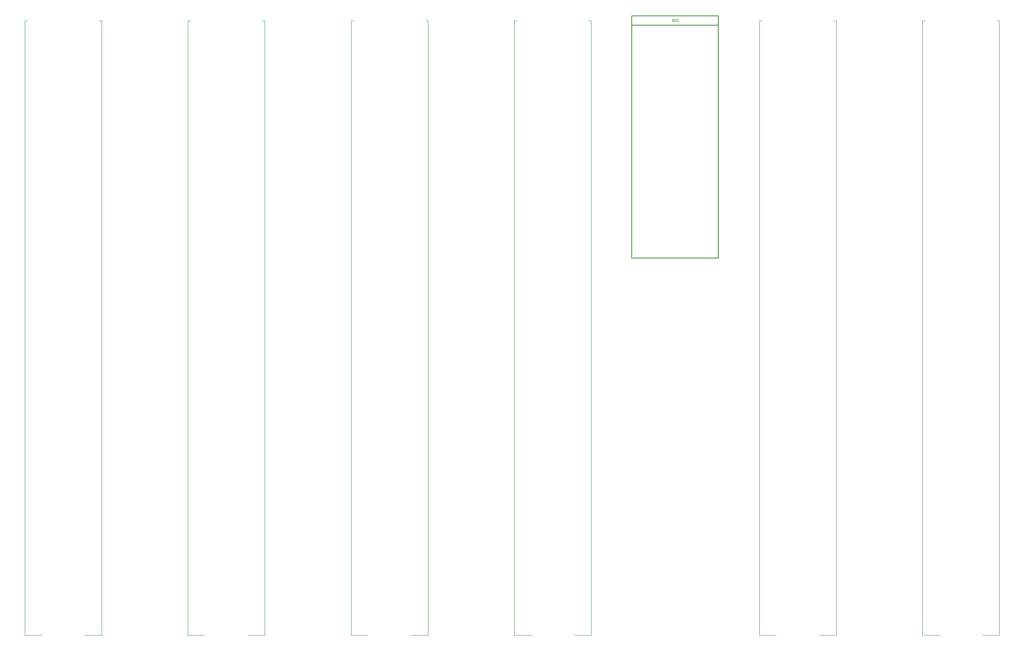
<source format=gbr>
%TF.GenerationSoftware,KiCad,Pcbnew,(5.1.6)-1*%
%TF.CreationDate,2020-06-13T20:20:11+02:00*%
%TF.ProjectId,Snackboard,536e6163-6b62-46f6-9172-642e6b696361,rev?*%
%TF.SameCoordinates,Original*%
%TF.FileFunction,Legend,Bot*%
%TF.FilePolarity,Positive*%
%FSLAX46Y46*%
G04 Gerber Fmt 4.6, Leading zero omitted, Abs format (unit mm)*
G04 Created by KiCad (PCBNEW (5.1.6)-1) date 2020-06-13 20:20:11*
%MOMM*%
%LPD*%
G01*
G04 APERTURE LIST*
%ADD10C,0.100000*%
%ADD11C,0.150000*%
%ADD12C,0.075000*%
G04 APERTURE END LIST*
D10*
%TO.C,VR6*%
X70015000Y-164390000D02*
X73515000Y-164390000D01*
X70015000Y-36390000D02*
X70015000Y-164390000D01*
X70515000Y-36390000D02*
X70015000Y-36390000D01*
X86015000Y-164390000D02*
X82515000Y-164390000D01*
X86015000Y-36390000D02*
X86015000Y-164390000D01*
X85515000Y-36390000D02*
X86015000Y-36390000D01*
%TO.C,VR5*%
X104015000Y-164390000D02*
X107515000Y-164390000D01*
X104015000Y-36390000D02*
X104015000Y-164390000D01*
X104515000Y-36390000D02*
X104015000Y-36390000D01*
X120015000Y-164390000D02*
X116515000Y-164390000D01*
X120015000Y-36390000D02*
X120015000Y-164390000D01*
X119515000Y-36390000D02*
X120015000Y-36390000D01*
%TO.C,VR1*%
X257015000Y-164390000D02*
X260515000Y-164390000D01*
X257015000Y-36390000D02*
X257015000Y-164390000D01*
X257515000Y-36390000D02*
X257015000Y-36390000D01*
X273015000Y-164390000D02*
X269515000Y-164390000D01*
X273015000Y-36390000D02*
X273015000Y-164390000D01*
X272515000Y-36390000D02*
X273015000Y-36390000D01*
%TO.C,VR2*%
X223015000Y-164390000D02*
X226515000Y-164390000D01*
X223015000Y-36390000D02*
X223015000Y-164390000D01*
X223515000Y-36390000D02*
X223015000Y-36390000D01*
X239015000Y-164390000D02*
X235515000Y-164390000D01*
X239015000Y-36390000D02*
X239015000Y-164390000D01*
X238515000Y-36390000D02*
X239015000Y-36390000D01*
%TO.C,VR3*%
X172015000Y-164390000D02*
X175515000Y-164390000D01*
X172015000Y-36390000D02*
X172015000Y-164390000D01*
X172515000Y-36390000D02*
X172015000Y-36390000D01*
X188015000Y-164390000D02*
X184515000Y-164390000D01*
X188015000Y-36390000D02*
X188015000Y-164390000D01*
X187515000Y-36390000D02*
X188015000Y-36390000D01*
%TO.C,VR4*%
X138015000Y-164390000D02*
X141515000Y-164390000D01*
X138015000Y-36390000D02*
X138015000Y-164390000D01*
X138515000Y-36390000D02*
X138015000Y-36390000D01*
X154015000Y-164390000D02*
X150515000Y-164390000D01*
X154015000Y-36390000D02*
X154015000Y-164390000D01*
X153515000Y-36390000D02*
X154015000Y-36390000D01*
D11*
%TO.C,XA1*%
X196498000Y-35300000D02*
X196498000Y-85780000D01*
X214498000Y-37300000D02*
X196498000Y-37300000D01*
X214532000Y-35300000D02*
X214532000Y-85780000D01*
X214498000Y-85780000D02*
X196498000Y-85780000D01*
X214532000Y-35300000D02*
X196498000Y-35300000D01*
D12*
X206145952Y-36010190D02*
X206145952Y-36414952D01*
X206122142Y-36462571D01*
X206098333Y-36486380D01*
X206050714Y-36510190D01*
X205955476Y-36510190D01*
X205907857Y-36486380D01*
X205884047Y-36462571D01*
X205860238Y-36414952D01*
X205860238Y-36010190D01*
X205645952Y-36486380D02*
X205574523Y-36510190D01*
X205455476Y-36510190D01*
X205407857Y-36486380D01*
X205384047Y-36462571D01*
X205360238Y-36414952D01*
X205360238Y-36367333D01*
X205384047Y-36319714D01*
X205407857Y-36295904D01*
X205455476Y-36272095D01*
X205550714Y-36248285D01*
X205598333Y-36224476D01*
X205622142Y-36200666D01*
X205645952Y-36153047D01*
X205645952Y-36105428D01*
X205622142Y-36057809D01*
X205598333Y-36034000D01*
X205550714Y-36010190D01*
X205431666Y-36010190D01*
X205360238Y-36034000D01*
X204979285Y-36248285D02*
X204907857Y-36272095D01*
X204884047Y-36295904D01*
X204860238Y-36343523D01*
X204860238Y-36414952D01*
X204884047Y-36462571D01*
X204907857Y-36486380D01*
X204955476Y-36510190D01*
X205145952Y-36510190D01*
X205145952Y-36010190D01*
X204979285Y-36010190D01*
X204931666Y-36034000D01*
X204907857Y-36057809D01*
X204884047Y-36105428D01*
X204884047Y-36153047D01*
X204907857Y-36200666D01*
X204931666Y-36224476D01*
X204979285Y-36248285D01*
X205145952Y-36248285D01*
%TD*%
M02*

</source>
